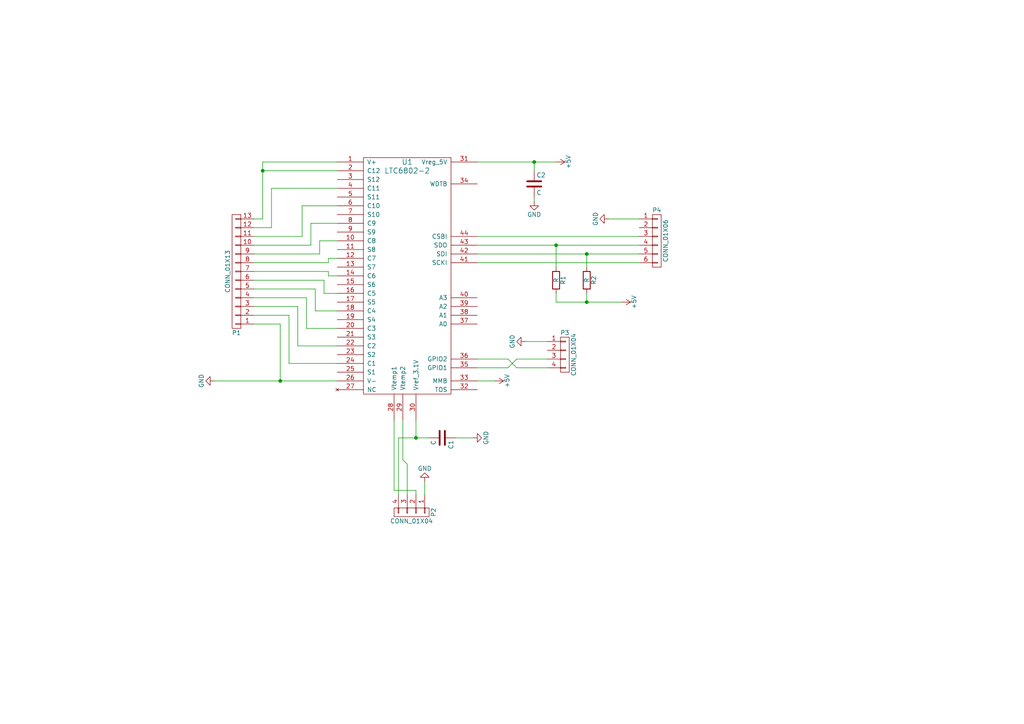
<source format=kicad_sch>
(kicad_sch (version 20230121) (generator eeschema)
  (paper "A4")
  (lib_symbols
    (symbol "main-rescue:+5V" (power) (pin_names (offset 0))
      (property "Value" "+5V" (at 0 3.556 0))
      (symbol "+5V_0_1"
        (polyline (pts (xy -0.762 1.27) (xy 0 2.54)))
        (polyline (pts (xy 0 0) (xy 0 2.54)))
        (polyline (pts (xy 0 2.54) (xy 0.762 1.27)))
      )
      (symbol "+5V_1_1"
        (pin power_in line (at 0 0 90) (length 0) hide (name "+5V") (number "1"))
      )
    )
    (symbol "main-rescue:C" (pin_numbers hide) (pin_names (offset 0.254))
      (property "Reference" "C" (at 0.635 2.54 0))
      (property "Value" "C" (at 0.635 -2.54 0))
      (symbol "C_0_1"
        (polyline (pts (xy -2.032 -0.762) (xy 2.032 -0.762)) (stroke (width 0.508)))
        (polyline (pts (xy -2.032 0.762) (xy 2.032 0.762)) (stroke (width 0.508)))
      )
      (symbol "C_1_1"
        (pin passive line (at 0 3.81 270) (length 2.794) (name "~") (number "1"))
        (pin passive line (at 0 -3.81 90) (length 2.794) (name "~") (number "2"))
      )
    )
    (symbol "main-rescue:CONN_01X04" (pin_names (offset 1.016) hide)
      (property "Reference" "P" (at 0 6.35 0))
      (property "Value" "CONN_01X04" (at 2.54 0 90))
      (symbol "CONN_01X04_0_1"
        (rectangle (start -1.27 -3.683) (end 0.254 -3.937))
        (rectangle (start -1.27 -1.143) (end 0.254 -1.397))
        (rectangle (start -1.27 1.397) (end 0.254 1.143))
        (rectangle (start -1.27 3.937) (end 0.254 3.683))
        (rectangle (start -1.27 5.08) (end 1.27 -5.08))
      )
      (symbol "CONN_01X04_1_1"
        (pin passive line (at -5.08 3.81 0) (length 3.81) (name "P1") (number "1"))
        (pin passive line (at -5.08 1.27 0) (length 3.81) (name "P2") (number "2"))
        (pin passive line (at -5.08 -1.27 0) (length 3.81) (name "P3") (number "3"))
        (pin passive line (at -5.08 -3.81 0) (length 3.81) (name "P4") (number "4"))
      )
    )
    (symbol "main-rescue:CONN_01X06" (pin_names (offset 1.016) hide)
      (property "Reference" "P" (at 0 8.89 0))
      (property "Value" "CONN_01X06" (at 2.54 0 90))
      (symbol "CONN_01X06_0_1"
        (rectangle (start -1.27 -6.223) (end 0.254 -6.477))
        (rectangle (start -1.27 -3.683) (end 0.254 -3.937))
        (rectangle (start -1.27 -1.143) (end 0.254 -1.397))
        (rectangle (start -1.27 1.397) (end 0.254 1.143))
        (rectangle (start -1.27 3.937) (end 0.254 3.683))
        (rectangle (start -1.27 6.477) (end 0.254 6.223))
        (rectangle (start -1.27 7.62) (end 1.27 -7.62))
      )
      (symbol "CONN_01X06_1_1"
        (pin passive line (at -5.08 6.35 0) (length 3.81) (name "P1") (number "1"))
        (pin passive line (at -5.08 3.81 0) (length 3.81) (name "P2") (number "2"))
        (pin passive line (at -5.08 1.27 0) (length 3.81) (name "P3") (number "3"))
        (pin passive line (at -5.08 -1.27 0) (length 3.81) (name "P4") (number "4"))
        (pin passive line (at -5.08 -3.81 0) (length 3.81) (name "P5") (number "5"))
        (pin passive line (at -5.08 -6.35 0) (length 3.81) (name "P6") (number "6"))
      )
    )
    (symbol "main-rescue:CONN_01X13" (pin_names (offset 1.016) hide)
      (property "Reference" "P" (at 0 17.78 0))
      (property "Value" "CONN_01X13" (at 2.54 0 90))
      (symbol "CONN_01X13_0_1"
        (rectangle (start -1.27 -16.51) (end 1.27 16.51))
        (rectangle (start -1.27 -15.113) (end 0.254 -15.367))
        (rectangle (start -1.27 -12.573) (end 0.254 -12.827))
        (rectangle (start -1.27 -10.033) (end 0.254 -10.287))
        (rectangle (start -1.27 -7.493) (end 0.254 -7.747))
        (rectangle (start -1.27 -4.953) (end 0.254 -5.207))
        (rectangle (start -1.27 -2.413) (end 0.254 -2.667))
        (rectangle (start -1.27 0.127) (end 0.254 -0.127))
        (rectangle (start -1.27 2.667) (end 0.254 2.413))
        (rectangle (start -1.27 5.207) (end 0.254 4.953))
        (rectangle (start -1.27 7.747) (end 0.254 7.493))
        (rectangle (start -1.27 10.287) (end 0.254 10.033))
        (rectangle (start -1.27 12.827) (end 0.254 12.573))
        (rectangle (start -1.27 15.367) (end 0.254 15.113))
      )
      (symbol "CONN_01X13_1_1"
        (pin passive line (at -5.08 15.24 0) (length 3.81) (name "P1") (number "1"))
        (pin passive line (at -5.08 -7.62 0) (length 3.81) (name "P10") (number "10"))
        (pin passive line (at -5.08 -10.16 0) (length 3.81) (name "P11") (number "11"))
        (pin passive line (at -5.08 -12.7 0) (length 3.81) (name "P12") (number "12"))
        (pin passive line (at -5.08 -15.24 0) (length 3.81) (name "P13") (number "13"))
        (pin passive line (at -5.08 12.7 0) (length 3.81) (name "P2") (number "2"))
        (pin passive line (at -5.08 10.16 0) (length 3.81) (name "P3") (number "3"))
        (pin passive line (at -5.08 7.62 0) (length 3.81) (name "P4") (number "4"))
        (pin passive line (at -5.08 5.08 0) (length 3.81) (name "P5") (number "5"))
        (pin passive line (at -5.08 2.54 0) (length 3.81) (name "P6") (number "6"))
        (pin passive line (at -5.08 0 0) (length 3.81) (name "P7") (number "7"))
        (pin passive line (at -5.08 -2.54 0) (length 3.81) (name "P8") (number "8"))
        (pin passive line (at -5.08 -5.08 0) (length 3.81) (name "P9") (number "9"))
      )
    )
    (symbol "main-rescue:GND" (power) (pin_names (offset 0))
      (property "Value" "GND" (at 0 -3.81 0))
      (symbol "GND_0_1"
        (polyline (pts (xy 0 0) (xy 0 -1.27) (xy 1.27 -1.27) (xy 0 -2.54) (xy -1.27 -1.27) (xy 0 -1.27)))
      )
      (symbol "GND_1_1"
        (pin power_in line (at 0 0 270) (length 0) hide (name "GND") (number "1"))
      )
    )
    (symbol "main-rescue:LTC6802-2" (pin_names (offset 1.016))
      (property "Reference" "U" (at 0 26.67 0))
      (property "Value" "LTC6802-2" (at 0 24.13 0))
      (symbol "LTC6802-2_0_1"
        (rectangle (start -12.7 27.94) (end 12.7 -40.64))
      )
      (symbol "LTC6802-2_1_1"
        (pin output line (at -20.32 26.67 0) (length 7.62) (name "V+") (number "1"))
        (pin input line (at -20.32 3.81 0) (length 7.62) (name "C8") (number "10"))
        (pin output line (at -20.32 1.27 0) (length 7.62) (name "S8") (number "11"))
        (pin input line (at -20.32 -1.27 0) (length 7.62) (name "C7") (number "12"))
        (pin output line (at -20.32 -3.81 0) (length 7.62) (name "S7") (number "13"))
        (pin input line (at -20.32 -6.35 0) (length 7.62) (name "C6") (number "14"))
        (pin output line (at -20.32 -8.89 0) (length 7.62) (name "S6") (number "15"))
        (pin input line (at -20.32 -11.43 0) (length 7.62) (name "C5") (number "16"))
        (pin output line (at -20.32 -13.97 0) (length 7.62) (name "S5") (number "17"))
        (pin input line (at -20.32 -16.51 0) (length 7.62) (name "C4") (number "18"))
        (pin output line (at -20.32 -19.05 0) (length 7.62) (name "S4") (number "19"))
        (pin input line (at -20.32 24.13 0) (length 7.62) (name "C12") (number "2"))
        (pin input line (at -20.32 -21.59 0) (length 7.62) (name "C3") (number "20"))
        (pin output line (at -20.32 -24.13 0) (length 7.62) (name "S3") (number "21"))
        (pin input line (at -20.32 -26.67 0) (length 7.62) (name "C2") (number "22"))
        (pin output line (at -20.32 -29.21 0) (length 7.62) (name "S2") (number "23"))
        (pin input line (at -20.32 -31.75 0) (length 7.62) (name "C1") (number "24"))
        (pin output line (at -20.32 -34.29 0) (length 7.62) (name "S1") (number "25"))
        (pin input line (at -20.32 -36.83 0) (length 7.62) (name "V-") (number "26"))
        (pin no_connect line (at -20.32 -39.37 0) (length 7.62) (name "NC") (number "27"))
        (pin input line (at -3.81 -48.26 90) (length 7.62) (name "Vtemp1") (number "28"))
        (pin input line (at -1.27 -48.26 90) (length 7.62) (name "Vtemp2") (number "29"))
        (pin output line (at -20.32 21.59 0) (length 7.62) (name "S12") (number "3"))
        (pin output line (at 2.54 -48.26 90) (length 7.62) (name "Vref_3.1V") (number "30"))
        (pin output line (at 20.32 26.67 180) (length 7.62) (name "Vreg_5V") (number "31"))
        (pin input line (at 20.32 -39.37 180) (length 7.62) (name "TOS") (number "32"))
        (pin input line (at 20.32 -36.83 180) (length 7.62) (name "MMB") (number "33"))
        (pin output line (at 20.32 20.32 180) (length 7.62) (name "WDTB") (number "34"))
        (pin bidirectional line (at 20.32 -33.02 180) (length 7.62) (name "GPIO1") (number "35"))
        (pin bidirectional line (at 20.32 -30.48 180) (length 7.62) (name "GPIO2") (number "36"))
        (pin bidirectional line (at 20.32 -20.32 180) (length 7.62) (name "A0") (number "37"))
        (pin bidirectional line (at 20.32 -17.78 180) (length 7.62) (name "A1") (number "38"))
        (pin bidirectional line (at 20.32 -15.24 180) (length 7.62) (name "A2") (number "39"))
        (pin input line (at -20.32 19.05 0) (length 7.62) (name "C11") (number "4"))
        (pin input line (at 20.32 -12.7 180) (length 7.62) (name "A3") (number "40"))
        (pin input line (at 20.32 -2.54 180) (length 7.62) (name "SCKI") (number "41"))
        (pin input line (at 20.32 0 180) (length 7.62) (name "SDI") (number "42"))
        (pin output line (at 20.32 2.54 180) (length 7.62) (name "SDO") (number "43"))
        (pin input line (at 20.32 5.08 180) (length 7.62) (name "CSBI") (number "44"))
        (pin output line (at -20.32 16.51 0) (length 7.62) (name "S11") (number "5"))
        (pin input line (at -20.32 13.97 0) (length 7.62) (name "C10") (number "6"))
        (pin output line (at -20.32 11.43 0) (length 7.62) (name "S10") (number "7"))
        (pin input line (at -20.32 8.89 0) (length 7.62) (name "C9") (number "8"))
        (pin output line (at -20.32 6.35 0) (length 7.62) (name "S9") (number "9"))
      )
    )
    (symbol "main-rescue:R" (pin_numbers hide) (pin_names (offset 0))
      (property "Reference" "R" (at 2.032 0 90))
      (property "Value" "R" (at 0 0 90))
      (symbol "R_0_1"
        (rectangle (start -1.016 -2.54) (end 1.016 2.54) (stroke (width 0.254)))
      )
      (symbol "R_1_1"
        (pin passive line (at 0 3.81 270) (length 1.27) (name "~") (number "1"))
        (pin passive line (at 0 -3.81 90) (length 1.27) (name "~") (number "2"))
      )
    )
  )
  (junction (at 170.18 87.63))
  (junction (at 161.29 71.12))
  (junction (at 81.28 110.49))
  (junction (at 120.65 127))
  (junction (at 76.2 49.53))
  (junction (at 154.94 46.99))
  (junction (at 170.18 73.66))
  (wire (pts (xy 95.25 80.01) (xy 97.79 80.01)))
  (wire (pts (xy 87.63 59.69) (xy 97.79 59.69)))
  (wire (pts (xy 76.2 46.99) (xy 76.2 49.53)))
  (wire (pts (xy 76.2 49.53) (xy 76.2 63.5)))
  (wire (pts (xy 120.65 143.51) (xy 120.65 142.24)))
  (wire (pts (xy 88.9 86.36) (xy 88.9 95.25)))
  (wire (pts (xy 154.94 58.42) (xy 154.94 57.15)))
  (wire (pts (xy 93.98 85.09) (xy 97.79 85.09)))
  (wire (pts (xy 78.74 66.04) (xy 73.66 66.04)))
  (wire (pts (xy 95.25 78.74) (xy 95.25 80.01)))
  (wire (pts (xy 91.44 83.82) (xy 91.44 90.17)))
  (wire (pts (xy 116.84 133.35) (xy 116.84 121.92)))
  (wire (pts (xy 147.32 104.14) (xy 138.43 104.14)))
  (wire (pts (xy 154.94 49.53) (xy 154.94 46.99)))
  (wire (pts (xy 95.25 76.2) (xy 95.25 74.93)))
  (wire (pts (xy 137.16 127) (xy 132.08 127)))
  (wire (pts (xy 170.18 87.63) (xy 180.34 87.63)))
  (wire (pts (xy 120.65 127) (xy 124.46 127)))
  (wire (pts (xy 73.66 76.2) (xy 95.25 76.2)))
  (wire (pts (xy 86.36 100.33) (xy 97.79 100.33)))
  (wire (pts (xy 76.2 49.53) (xy 97.79 49.53)))
  (wire (pts (xy 138.43 46.99) (xy 154.94 46.99)))
  (wire (pts (xy 91.44 90.17) (xy 97.79 90.17)))
  (wire (pts (xy 81.28 110.49) (xy 97.79 110.49)))
  (wire (pts (xy 176.53 63.5) (xy 185.42 63.5)))
  (wire (pts (xy 81.28 93.98) (xy 81.28 110.49)))
  (wire (pts (xy 73.66 88.9) (xy 86.36 88.9)))
  (wire (pts (xy 90.17 71.12) (xy 90.17 64.77)))
  (wire (pts (xy 62.23 110.49) (xy 81.28 110.49)))
  (wire (pts (xy 73.66 81.28) (xy 93.98 81.28)))
  (wire (pts (xy 161.29 71.12) (xy 185.42 71.12)))
  (wire (pts (xy 76.2 63.5) (xy 73.66 63.5)))
  (wire (pts (xy 90.17 64.77) (xy 97.79 64.77)))
  (wire (pts (xy 161.29 77.47) (xy 161.29 71.12)))
  (wire (pts (xy 154.94 46.99) (xy 161.29 46.99)))
  (wire (pts (xy 92.71 69.85) (xy 97.79 69.85)))
  (wire (pts (xy 123.19 139.7) (xy 123.19 143.51)))
  (wire (pts (xy 73.66 91.44) (xy 83.82 91.44)))
  (wire (pts (xy 97.79 54.61) (xy 78.74 54.61)))
  (wire (pts (xy 170.18 77.47) (xy 170.18 73.66)))
  (wire (pts (xy 143.51 110.49) (xy 138.43 110.49)))
  (wire (pts (xy 149.86 104.14) (xy 158.75 104.14)))
  (wire (pts (xy 118.11 134.62) (xy 116.84 133.35)))
  (wire (pts (xy 158.75 106.68) (xy 149.86 106.68)))
  (wire (pts (xy 138.43 76.2) (xy 185.42 76.2)))
  (wire (pts (xy 73.66 83.82) (xy 91.44 83.82)))
  (wire (pts (xy 95.25 74.93) (xy 97.79 74.93)))
  (wire (pts (xy 83.82 91.44) (xy 83.82 105.41)))
  (wire (pts (xy 83.82 105.41) (xy 97.79 105.41)))
  (wire (pts (xy 138.43 73.66) (xy 170.18 73.66)))
  (wire (pts (xy 73.66 86.36) (xy 88.9 86.36)))
  (wire (pts (xy 93.98 81.28) (xy 93.98 85.09)))
  (wire (pts (xy 97.79 46.99) (xy 76.2 46.99)))
  (wire (pts (xy 73.66 93.98) (xy 81.28 93.98)))
  (wire (pts (xy 118.11 134.62) (xy 118.11 143.51)))
  (wire (pts (xy 161.29 87.63) (xy 170.18 87.63)))
  (wire (pts (xy 147.32 106.68) (xy 149.86 104.14)))
  (wire (pts (xy 78.74 54.61) (xy 78.74 66.04)))
  (wire (pts (xy 87.63 68.58) (xy 87.63 59.69)))
  (wire (pts (xy 120.65 142.24) (xy 114.3 142.24)))
  (wire (pts (xy 138.43 106.68) (xy 147.32 106.68)))
  (wire (pts (xy 161.29 85.09) (xy 161.29 87.63)))
  (wire (pts (xy 73.66 71.12) (xy 90.17 71.12)))
  (wire (pts (xy 138.43 68.58) (xy 185.42 68.58)))
  (wire (pts (xy 92.71 73.66) (xy 92.71 69.85)))
  (wire (pts (xy 73.66 73.66) (xy 92.71 73.66)))
  (wire (pts (xy 115.57 127) (xy 115.57 143.51)))
  (wire (pts (xy 152.4 99.06) (xy 158.75 99.06)))
  (wire (pts (xy 149.86 106.68) (xy 147.32 104.14)))
  (wire (pts (xy 73.66 78.74) (xy 95.25 78.74)))
  (wire (pts (xy 120.65 121.92) (xy 120.65 127)))
  (wire (pts (xy 73.66 68.58) (xy 87.63 68.58)))
  (wire (pts (xy 138.43 71.12) (xy 161.29 71.12)))
  (wire (pts (xy 115.57 127) (xy 120.65 127)))
  (wire (pts (xy 170.18 73.66) (xy 185.42 73.66)))
  (wire (pts (xy 170.18 87.63) (xy 170.18 85.09)))
  (wire (pts (xy 86.36 88.9) (xy 86.36 100.33)))
  (wire (pts (xy 88.9 95.25) (xy 97.79 95.25)))
  (wire (pts (xy 114.3 121.92) (xy 114.3 142.24)))
  (symbol (lib_id "main-rescue:LTC6802-2") (at 118.11 73.66 0) (unit 1)
    (property "Reference" "U1" (at 118.11 46.99 0) (effects (font (size 1.524 1.524))))
    (property "Value" "LTC6802-2" (at 118.11 49.53 0) (effects (font (size 1.524 1.524))))
    (property "Footprint" "KiCad-Dev:SSOP-44" (effects hide))
  )
  (symbol (lib_id "main-rescue:R") (at 161.29 81.28 0) (unit 1)
    (property "Reference" "R1" (at 163.322 81.28 90))
    (property "Value" "R" (at 161.29 81.28 90))
    (property "Footprint" "Resistors_SMD:R_0805" (effects hide))
  )
  (symbol (lib_id "main-rescue:R") (at 170.18 81.28 0) (unit 1)
    (property "Reference" "R2" (at 172.212 81.28 90))
    (property "Value" "R" (at 170.18 81.28 90))
    (property "Footprint" "Resistors_SMD:R_0805" (effects hide))
  )
  (symbol (lib_id "main-rescue:+5V") (at 180.34 87.63 270) (unit 1)
    (property "Reference" "#PWR01" (effects hide))
    (property "Value" "+5V" (at 183.896 87.63 0))
  )
  (symbol (lib_id "main-rescue:+5V") (at 143.51 110.49 270) (unit 1)
    (property "Reference" "#PWR02" (effects hide))
    (property "Value" "+5V" (at 147.066 110.49 0))
  )
  (symbol (lib_id "main-rescue:GND") (at 154.94 58.42 0) (unit 1)
    (property "Reference" "#PWR03" (effects hide))
    (property "Value" "GND" (at 154.94 62.23 0))
  )
  (symbol (lib_id "main-rescue:+5V") (at 161.29 46.99 270) (unit 1)
    (property "Reference" "#PWR04" (effects hide))
    (property "Value" "+5V" (at 164.846 46.99 0))
  )
  (symbol (lib_id "main-rescue:C") (at 154.94 53.34 0) (unit 1)
    (property "Reference" "C2" (at 155.575 50.8 0) (effects (justify left)))
    (property "Value" "C" (at 155.575 55.88 0) (effects (justify left)))
    (property "Footprint" "Capacitors_SMD:C_0805" (effects hide))
  )
  (symbol (lib_id "main-rescue:C") (at 128.27 127 270) (unit 1)
    (property "Reference" "C1" (at 130.81 127.635 0) (effects (justify left)))
    (property "Value" "C" (at 125.73 127.635 0) (effects (justify left)))
    (property "Footprint" "Capacitors_SMD:C_0805" (effects hide))
  )
  (symbol (lib_id "main-rescue:GND") (at 137.16 127 90) (unit 1)
    (property "Reference" "#PWR05" (effects hide))
    (property "Value" "GND" (at 140.97 127 0))
  )
  (symbol (lib_id "main-rescue:GND") (at 62.23 110.49 270) (unit 1)
    (property "Reference" "#PWR06" (effects hide))
    (property "Value" "GND" (at 58.42 110.49 0))
  )
  (symbol (lib_id "main-rescue:CONN_01X13") (at 68.58 78.74 180) (unit 1)
    (property "Reference" "P1" (at 68.58 96.52 0))
    (property "Value" "CONN_01X13" (at 66.04 78.74 90))
    (property "Footprint" "Pin_Headers:Pin_Header_Straight_1x13" (effects hide))
  )
  (symbol (lib_id "main-rescue:CONN_01X04") (at 119.38 148.59 270) (unit 1)
    (property "Reference" "P2" (at 125.73 148.59 0))
    (property "Value" "CONN_01X04" (at 119.38 151.13 90))
    (property "Footprint" "Pin_Headers:Pin_Header_Straight_1x04" (effects hide))
  )
  (symbol (lib_id "main-rescue:GND") (at 123.19 139.7 180) (unit 1)
    (property "Reference" "#PWR07" (effects hide))
    (property "Value" "GND" (at 123.19 135.89 0))
  )
  (symbol (lib_id "main-rescue:CONN_01X04") (at 163.83 102.87 0) (unit 1)
    (property "Reference" "P3" (at 163.83 96.52 0))
    (property "Value" "CONN_01X04" (at 166.37 102.87 90))
    (property "Footprint" "Pin_Headers:Pin_Header_Straight_1x04" (effects hide))
  )
  (symbol (lib_id "main-rescue:GND") (at 152.4 99.06 270) (unit 1)
    (property "Reference" "#PWR08" (effects hide))
    (property "Value" "GND" (at 148.59 99.06 0))
  )
  (symbol (lib_id "main-rescue:CONN_01X06") (at 190.5 69.85 0) (unit 1)
    (property "Reference" "P4" (at 190.5 60.96 0))
    (property "Value" "CONN_01X06" (at 193.04 69.85 90))
    (property "Footprint" "Pin_Headers:Pin_Header_Straight_1x06" (effects hide))
  )
  (symbol (lib_id "main-rescue:GND") (at 176.53 63.5 270) (unit 1)
    (property "Reference" "#PWR09" (effects hide))
    (property "Value" "GND" (at 172.72 63.5 0))
  )
)
</source>
